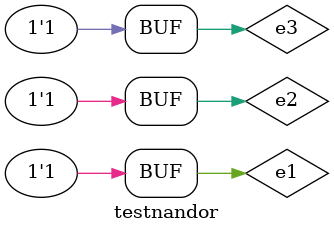
<source format=v>


module metodonandor (s,e1,e2,e3);

output s;
input  e1,e2,e3;

assign s = ~(e1 & e2 & e3);

endmodule



module testnandor;

reg e1,e2,e3;
wire s1,s2,s3,s;
                                     // SE POSSIVEL, DEFINIR EM OUTRO MODULO
metodonandor NANDOR1 ( s1,e1,e1,e1 );
metodonandor NANDOR2 ( s2,e2,e2,e2 );
metodonandor NANDOR3 ( s3,e3,e3,e3 );
metodonandor NANDOR4 ( s,s1,s2,s3 );


initial begin:start
      e1=0; e2=0; e3=0;
		
end

initial begin:main

   #1 $display (" Tabela verdade da porta OR com 3 entradas utilizando portas NAND ");
   #1 $display (" e1 | e2 | e3 = s ");
	
	$monitor (" %b & %b & %b = %b ", e1,e2,e3,s);
	   #1 e1=0;    e2=0;    e3=1;
      #1 e1=0;    e2=1;    e3=0;
      #1 e1=0;    e2=1;    e3=1;
		#1 e1=1;    e2=0;    e3=0;
		#1 e1=1;    e2=0;    e3=1;
		#1 e1=1;    e2=1;    e3=0;
		#1 e1=1;    e2=1;    e3=1;

	
end

endmodule

/*

   
     Tabela verdade da porta OR com 3 entradas utilizando portas NAND 
     e1 | e2 | e3 = s )
     0 & 0 = 0 0
     0 & 0 = 1 1
     0 & 1 = 0 1
     0 & 1 = 1 1
     1 & 0 = 0 1
     1 & 0 = 1 1
     1 & 1 = 0 1
     1 & 1 = 1 1
    
     ----jGRASP: operation complete.
    */



</source>
